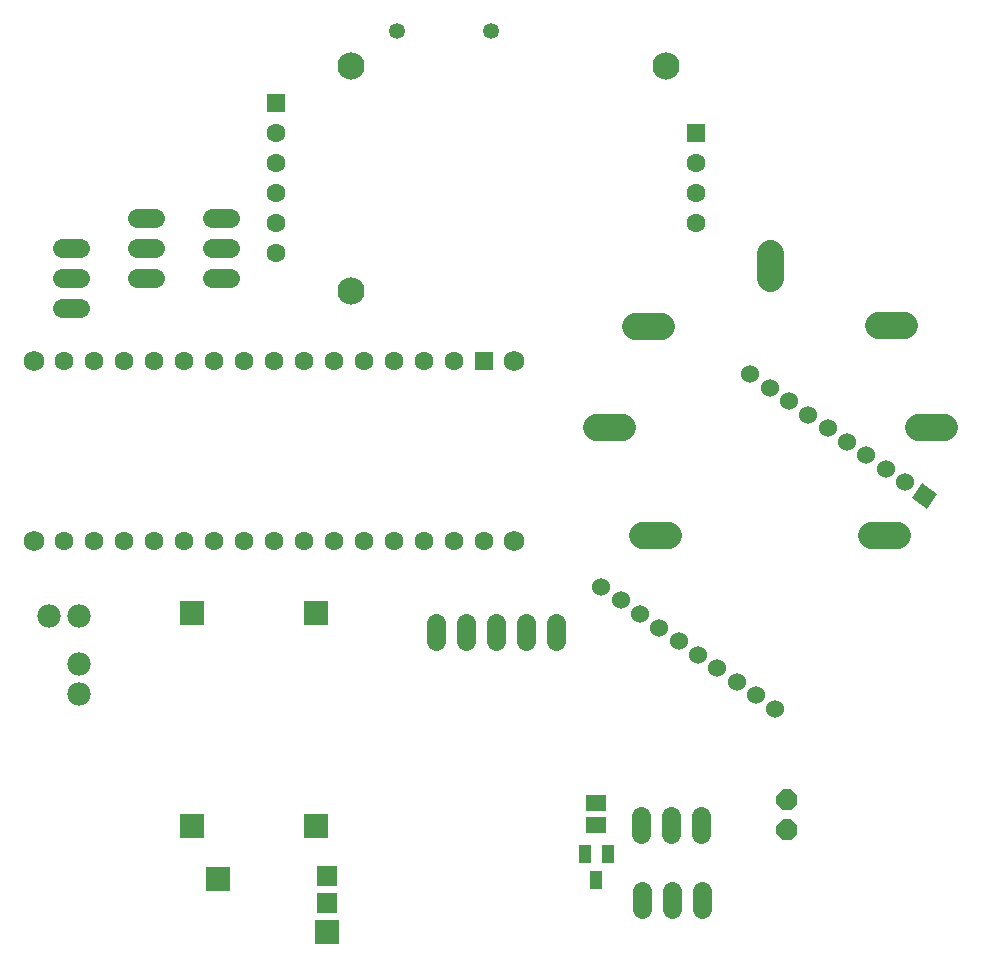
<source format=gts>
G75*
%MOIN*%
%OFA0B0*%
%FSLAX25Y25*%
%IPPOS*%
%LPD*%
%AMOC8*
5,1,8,0,0,1.08239X$1,22.5*
%
%ADD10R,0.06306X0.06306*%
%ADD11C,0.06306*%
%ADD12C,0.06900*%
%ADD13C,0.06000*%
%ADD14R,0.06000X0.06000*%
%ADD15C,0.06400*%
%ADD16C,0.09061*%
%ADD17C,0.09000*%
%ADD18C,0.05321*%
%ADD19C,0.07800*%
%ADD20OC8,0.07000*%
%ADD21R,0.04337X0.05912*%
%ADD22R,0.06699X0.05518*%
%ADD23R,0.08000X0.08000*%
%ADD24R,0.07000X0.07000*%
D10*
X0167923Y0207923D03*
X0238723Y0283723D03*
X0098723Y0293723D03*
D11*
X0098723Y0283723D03*
X0098723Y0273723D03*
X0098723Y0263723D03*
X0098723Y0253723D03*
X0098723Y0243723D03*
X0097923Y0207923D03*
X0107923Y0207923D03*
X0117923Y0207923D03*
X0127923Y0207923D03*
X0137923Y0207923D03*
X0147923Y0207923D03*
X0157923Y0207923D03*
X0157923Y0147923D03*
X0167923Y0147923D03*
X0147923Y0147923D03*
X0137923Y0147923D03*
X0127923Y0147923D03*
X0117923Y0147923D03*
X0107923Y0147923D03*
X0097923Y0147923D03*
X0087923Y0147923D03*
X0077923Y0147923D03*
X0067923Y0147923D03*
X0057923Y0147923D03*
X0047923Y0147923D03*
X0037923Y0147923D03*
X0027923Y0147923D03*
X0027923Y0207923D03*
X0037923Y0207923D03*
X0047923Y0207923D03*
X0057923Y0207923D03*
X0067923Y0207923D03*
X0077923Y0207923D03*
X0087923Y0207923D03*
X0238723Y0253723D03*
X0238723Y0263723D03*
X0238723Y0273723D03*
D12*
X0177923Y0207923D03*
X0177923Y0147923D03*
X0017923Y0147923D03*
X0017923Y0207923D03*
D13*
X0207133Y0132549D03*
X0213583Y0128033D03*
X0220033Y0123516D03*
X0226483Y0119000D03*
X0232933Y0114484D03*
X0239383Y0109967D03*
X0245833Y0105451D03*
X0252283Y0100934D03*
X0258733Y0096418D03*
X0265183Y0091902D03*
X0308413Y0167368D03*
X0301963Y0171885D03*
X0295513Y0176401D03*
X0289063Y0180917D03*
X0282613Y0185434D03*
X0276163Y0189950D03*
X0269713Y0194466D03*
X0263263Y0198983D03*
X0256813Y0203499D03*
D14*
G36*
X0310685Y0162116D02*
X0314127Y0167030D01*
X0319041Y0163588D01*
X0315599Y0158674D01*
X0310685Y0162116D01*
G37*
D15*
X0240298Y0056211D02*
X0240298Y0050211D01*
X0230298Y0050211D02*
X0230298Y0056211D01*
X0220298Y0056211D02*
X0220298Y0050211D01*
X0220623Y0031223D02*
X0220623Y0025223D01*
X0230623Y0025223D02*
X0230623Y0031223D01*
X0240623Y0031223D02*
X0240623Y0025223D01*
X0191891Y0114617D02*
X0191891Y0120617D01*
X0181891Y0120617D02*
X0181891Y0114617D01*
X0171891Y0114617D02*
X0171891Y0120617D01*
X0161891Y0120617D02*
X0161891Y0114617D01*
X0151891Y0114617D02*
X0151891Y0120617D01*
X0083323Y0235365D02*
X0077323Y0235365D01*
X0077323Y0245365D02*
X0083323Y0245365D01*
X0083323Y0255365D02*
X0077323Y0255365D01*
X0058323Y0255365D02*
X0052323Y0255365D01*
X0052323Y0245365D02*
X0058323Y0245365D01*
X0058323Y0235365D02*
X0052323Y0235365D01*
X0033323Y0235523D02*
X0027323Y0235523D01*
X0027323Y0225523D02*
X0033323Y0225523D01*
X0033323Y0245523D02*
X0027323Y0245523D01*
D16*
X0123723Y0231223D03*
X0123723Y0306223D03*
X0228723Y0306223D03*
D17*
X0263320Y0243961D02*
X0263320Y0235361D01*
X0299343Y0219810D02*
X0307943Y0219810D01*
X0312729Y0185952D02*
X0321329Y0185952D01*
X0305581Y0149731D02*
X0296981Y0149731D01*
X0229265Y0149731D02*
X0220665Y0149731D01*
X0213910Y0185952D02*
X0205310Y0185952D01*
X0218302Y0219417D02*
X0226902Y0219417D01*
D18*
X0170455Y0317975D03*
X0138959Y0317975D03*
D19*
X0033054Y0122896D03*
X0023054Y0122896D03*
X0033054Y0106754D03*
X0033054Y0096754D03*
D20*
X0268880Y0061361D03*
X0268880Y0051361D03*
D21*
X0209235Y0043369D03*
X0201754Y0043369D03*
X0205494Y0034707D03*
D22*
X0205494Y0053014D03*
X0205494Y0060494D03*
D23*
X0070652Y0052817D03*
X0079510Y0035101D03*
X0111991Y0052817D03*
X0115623Y0017523D03*
X0111991Y0123683D03*
X0070652Y0123683D03*
D24*
X0115623Y0036323D03*
X0115623Y0027123D03*
M02*

</source>
